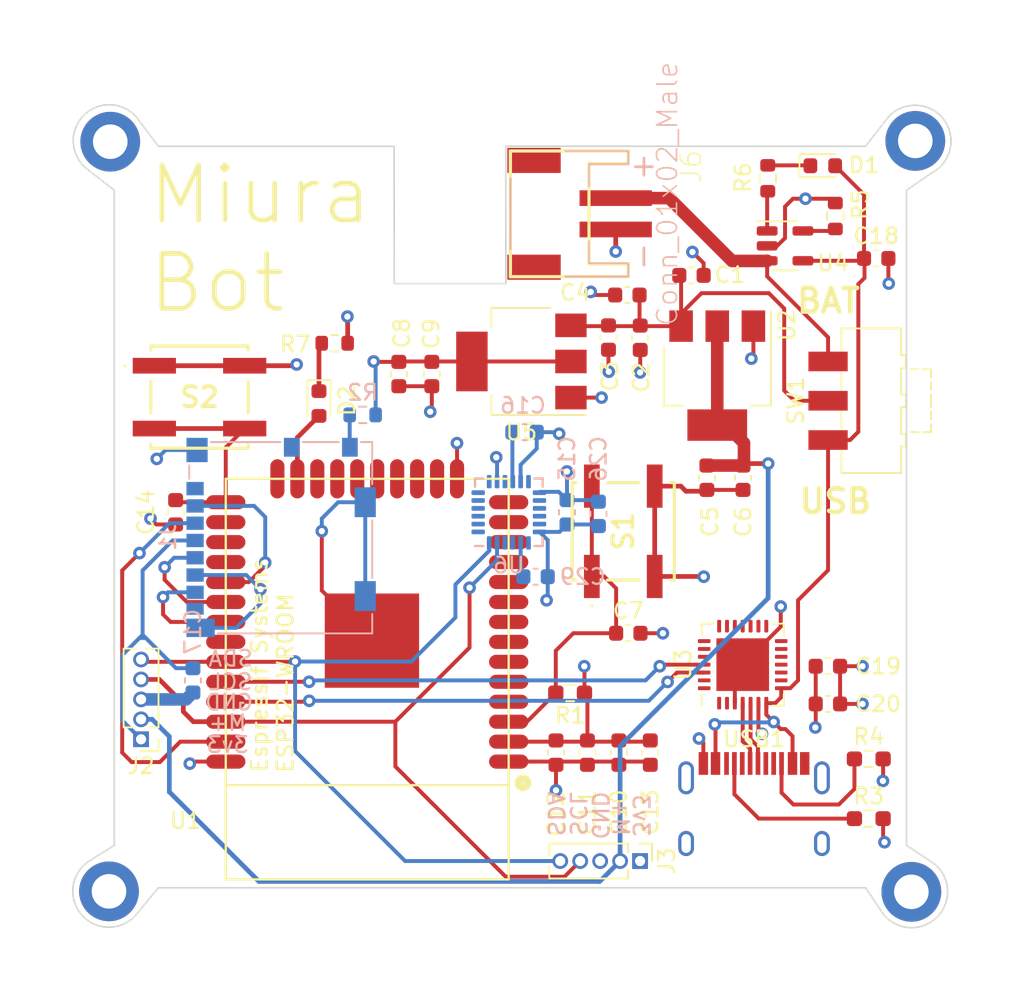
<source format=kicad_pcb>
(kicad_pcb (version 20211014) (generator pcbnew)
  (layers (0 "F.Cu" jumper) (1 "In1.Cu" signal) (2 "In2.Cu" power) (31 "B.Cu" signal) (34 "B.Paste" user) (35 "F.Paste" user) (36 "B.SilkS" user "B.Silkscreen") (37 "F.SilkS" user "F.Silkscreen") (38 "B.Mask" user) (39 "F.Mask" user) (44 "Edge.Cuts" user))
  (net 0 "")
  (net 1 "GND")
  (net 2 "Net-(C29-Pad1)")
  (net 3 "+3V3")
  (net 4 "Net-(C16-Pad1)")
  (net 6 "TXD0")
  (net 7 "RXD0")
  (net 8 "MOTOR_SUPPLY")
  (net 9 "SDA")
  (net 10 "SCL")
  (net 27 "Net-(C7-Pad1)")
  (net 28 "Net-(C14-Pad1)")
  (net 29 "VBAT")
  (net 30 "CS")
  (net 31 "SCLK")
  (net 32 "MISO")
  (net 33 "MOSI")
  (net 36 "Net-(J1-Pad10)")
  (net 57 "Net-(R3-Pad1)")
  (net 58 "Net-(R4-Pad1)")
  (net 59 "Net-(R5-Pad1)")
  (net 64 "Net-(R6-Pad1)")
  (net 65 "Net-(D1-Pad1)")
  (net 66 "Net-(U3-Pad4)")
  (net 67 "Net-(U3-Pad5)")
  (net 68 "VBUS")
  (net 91 "unconnected-(C7-Pad2)")
  (net 92 "Net-(D2-Pad1)")
  (net 93 "toggle")
  (net 94 "VIN")
  (footprint "Capacitor_SMD:C_0603_1608Metric" (layer "F.Cu") (at 93.9 75.7 -90)
    (fp_text reference "C10")
    (fp_text value "0.1uF")
  )
  (footprint "Package_TO_SOT_SMD:SOT-223-3_TabPin2" (layer "F.Cu") (at 100.16 51.7 -90)
    (fp_text reference "U2")
    (fp_text value "AMS1117")
  )
  (footprint "Capacitor_SMD:C_0603_1608Metric" (layer "F.Cu") (at 99.5 58.2 -90)
    (fp_text reference "C5")
    (fp_text value "10uF")
  )
  (footprint "Resistor_SMD:R_0603_1608Metric" (layer "F.Cu") (at 103.3725 39.14 90)
    (fp_text reference "R6")
    (fp_text value "4.7K")
  )
  (footprint "Diode_SMD:D_0603_1608Metric" (layer "F.Cu") (at 106.8725 38.34)
    (fp_text reference "D1")
    (fp_text value "LED")
  )
  (footprint "Package_TO_SOT_SMD:SOT-223-3_TabPin2" (layer "F.Cu") (at 87.7 50.8 180)
    (fp_text reference "U5")
    (fp_text value "AMS1117")
  )
  (footprint "MountingHole:MountingHole_2.2mm_M2_DIN965_Pad" (layer "F.Cu") (at 112.76 36.76)
    (fp_text reference "H1" hide)
    (fp_text value "MountingHole_Pad")
  )
  (footprint "Resistor_SMD:R_0603_1608Metric" (layer "F.Cu") (at 107.6725 41.54 90)
    (fp_text reference "R5")
    (fp_text value "4.7K")
  )
  (footprint "Capacitor_SMD:C_0603_1608Metric" (layer "F.Cu") (at 65.7 60.4 -90)
    (fp_text reference "C14")
    (fp_text value "0.1uF")
  )
  (footprint "Package_DFN_QFN:QFN-28-1EP_5x5mm_P0.5mm_EP3.35x3.35mm" (layer "F.Cu") (at 101.78 70.1 90)
    (fp_text reference "U3")
    (fp_text value "CP2102N-Axx-xQFN28")
  )
  (footprint "Capacitor_SMD:C_0603_1608Metric" (layer "F.Cu") (at 101.8 58.2 -90)
    (fp_text reference "C6")
    (fp_text value "10uF")
  )
  (footprint "Capacitor_SMD:C_0603_1608Metric" (layer "F.Cu") (at 95.26 49.29 -90)
    (fp_text reference "C2")
    (fp_text value "10uF")
  )
  (footprint "Capacitor_SMD:C_0603_1608Metric" (layer "F.Cu") (at 94.44 46.57 180)
    (fp_text reference "C4")
    (fp_text value "10uF")
  )
  (footprint "Connector_PinHeader_1.27mm:PinHeader_1x05_P1.27mm_Vertical" (layer "F.Cu") (at 95.25 82.6 -90)
    (fp_text reference "J3")
    (fp_text value "Conn_01x05_Female")
  )
  (footprint "Capacitor_SMD:C_0603_1608Metric" (layer "F.Cu") (at 94.5 68.1)
    (fp_text reference "C7")
    (fp_text value "0.1uF")
  )
  (footprint "Capacitor_SMD:C_0603_1608Metric" (layer "F.Cu") (at 107.2 70.2)
    (fp_text reference "C19")
    (fp_text value "10uF")
  )
  (footprint "EVPBVC_TactileSw:EVPBV4C3L000" (layer "F.Cu") (at 94.18 61.61 -90)
    (fp_text reference "S1")
    (fp_text value "EVP-BV4C3L000" hide)
  )
  (footprint "ESP32-footprints-Lib:ESP32-WROOM" (layer "F.Cu") (at 77.89 68.77 180)
    (fp_text reference "U1")
    (fp_text value "ESP32-WROOM")
  )
  (footprint "Capacitor_SMD:C_0603_1608Metric" (layer "F.Cu") (at 110.2725 44.24)
    (fp_text reference "C18")
    (fp_text value "10uF")
  )
  (footprint "Capacitor_SMD:C_0603_1608Metric" (layer "F.Cu") (at 107.2 72.6)
    (fp_text reference "C20")
    (fp_text value "10uF")
  )
  (footprint "Capacitor_SMD:C_0603_1608Metric" (layer "F.Cu") (at 82 51.6 -90)
    (fp_text reference "C9")
    (fp_text value "10uF")
  )
  (footprint "Resistor_SMD:R_0603_1608Metric" (layer "F.Cu") (at 75.82 49.64 180)
    (fp_text reference "R7")
    (fp_text value "4.7K")
  )
  (footprint "adafruit:JST-PH-2-SMT-RA" (layer "F.Cu") (at 90 41.4 90)
    (fp_text reference "J6")
    (fp_text value "Conn_01x02_Male")
  )
  (footprint "Package_TO_SOT_SMD:SOT-23-5" (layer "F.Cu") (at 104.4725 43.44)
    (fp_text reference "U4")
    (fp_text value "MCP73832-5-OT")
  )
  (footprint "Resistor_SMD:R_0603_1608Metric_Pad0.98x0.95mm_HandSolder" (layer "F.Cu") (at 90.8 71.9 180)
    (fp_text reference "R1")
    (fp_text value "10k")
  )
  (footprint "Capacitor_SMD:C_0603_1608Metric" (layer "F.Cu") (at 95.9 75.7 -90)
    (fp_text reference "C13")
    (fp_text value "0.1uF")
  )
  (footprint "MountingHole:MountingHole_2.2mm_M2_DIN965_Pad" (layer "F.Cu") (at 61.46 84.53)
    (fp_text reference "H3" hide)
    (fp_text value "MountingHole_Pad")
  )
  (footprint "Capacitor_SMD:C_0603_1608Metric" (layer "F.Cu") (at 79.9 51.6 -90)
    (fp_text reference "C8")
    (fp_text value "10uF")
  )
  (footprint "MountingHole:MountingHole_2.2mm_M2_DIN965_Pad" (layer "F.Cu") (at 61.54 36.81)
    (fp_text reference "H2" hide)
    (fp_text value "MountingHole_Pad")
  )
  (footprint "MountingHole:MountingHole_2.2mm_M2_DIN965_Pad" (layer "F.Cu") (at 112.51 84.56)
    (fp_text reference "H4" hide)
    (fp_text value "MountingHole_Pad")
  )
  (footprint "EVPBVC_TactileSw:EVPBV4C3L000" (layer "F.Cu") (at 67.22 53.07 180)
    (fp_text reference "S2")
    (fp_text value "EVP-BV4C3L000" hide)
  )
  (footprint "Type-C:HRO-TYPE-C-31-M-12" (layer "F.Cu") (at 102.5 84.085)
    (fp_text reference "USB1")
    (fp_text value "HRO-TYPE-C-31-M-12")
  )
  (footprint "Resistor_SMD:R_0603_1608Metric_Pad0.98x0.95mm_HandSolder" (layer "F.Cu") (at 109.8 76.1)
    (fp_text reference "R4")
    (fp_text value "5.1k")
  )
  (footprint "Connector_PinHeader_1.27mm:PinHeader_1x05_P1.27mm_Vertical" (layer "F.Cu") (at 63.5 74.85 180)
    (fp_text reference "J2")
    (fp_text value "Conn_01x05_Female")
  )
  (footprint "Diode_SMD:D_0603_1608Metric" (layer "F.Cu") (at 74.82 53.4775 -90)
    (fp_text reference "D2")
    (fp_text value "LED")
  )
  (footprint "Capacitor_SMD:C_0603_1608Metric" (layer "F.Cu") (at 98.52 45.32)
    (fp_text reference "C1")
    (fp_text value "10uF")
  )
  (footprint "Capacitor_SMD:C_0603_1608Metric" (layer "F.Cu") (at 89.9 75.7 -90)
    (fp_text reference "C12")
    (fp_text value "0.1uF")
  )
  (footprint "Button_Switch_SMD:SW_SPDT_CK-JS102011SAQN" (layer "F.Cu") (at 109.96 53.3 90)
    (fp_text reference "SW1")
    (fp_text value "SW_SPDT")
  )
  (footprint "Capacitor_SMD:C_0603_1608Metric" (layer "F.Cu") (at 93.24 49.28 -90)
    (fp_text reference "C3")
    (fp_text value "10uF")
  )
  (footprint "Resistor_SMD:R_0603_1608Metric_Pad0.98x0.95mm_HandSolder" (layer "F.Cu") (at 109.8 79.9)
    (fp_text reference "R3")
    (fp_text value "5.1k")
  )
  (footprint "Capacitor_SMD:C_0603_1608Metric" (layer "F.Cu") (at 91.9 75.7 -90)
    (fp_text reference "C11")
    (fp_text value "0.1uF")
  )
  (footprint "Sensor_Motion:InvenSense_QFN-24_4x4mm_P0.5mm" (layer "B.Cu") (at 86.9 60.4)
    (fp_text reference "U6")
    (fp_text value "MPU-6050")
  )
  (footprint "Capacitor_SMD:C_0603_1608Metric" (layer "B.Cu") (at 87.9 55.3)
    (fp_text reference "C16")
    (fp_text value "0.1uF")
  )
  (footprint "Capacitor_SMD:C_0603_1608Metric" (layer "B.Cu") (at 92.6 60.5 -90)
    (fp_text reference "C26")
    (fp_text value "0.1uF")
  )
  (footprint "Resistor_SMD:R_0603_1608Metric" (layer "B.Cu") (at 77.6 54.2 180)
    (fp_text reference "R2")
    (fp_text value "4.7K")
  )
  (footprint "Connector_Card:microSD_HC_Molex_104031-0811" (layer "B.Cu") (at 72.3875 62 -90)
    (fp_text reference "J1")
    (fp_text value "Micro_SD_Card_Det")
  )
  (footprint "Capacitor_SMD:C_0603_1608Metric" (layer "B.Cu") (at 66.8 71.1 90)
    (fp_text reference "C17")
    (fp_text value "0.1uF")
  )
  (footprint "Capacitor_SMD:C_0603_1608Metric" (layer "B.Cu") (at 88.6 64.5)
    (fp_text reference "C29")
    (fp_text value "2.2nF")
  )
  (footprint "Capacitor_SMD:C_0603_1608Metric" (layer "B.Cu") (at 90.6 60.4 -90)
    (fp_text reference "C15")
    (fp_text value "0.1uF")
  )
  (gr_arc (start 60 38.5) (mid 59.962216 35.030512) (end 63.4 35.5) (layer "Edge.Cuts") (width 0.1))
  (gr_line (start 64.6 37.1) (end 79.6 37.1) (layer "Edge.Cuts") (width 0.1))
  (gr_line (start 61.8 81.6) (end 60.2 82.6) (layer "Edge.Cuts") (width 0.1))
  (gr_line (start 64.6 84.3) (end 109.6 84.3) (layer "Edge.Cuts") (width 0.1))
  (gr_line (start 109.6 37.1) (end 111 35.3) (layer "Edge.Cuts") (width 0.1))
  (gr_arc (start 63.2 86) (mid 59.730536 86.037762) (end 60.2 82.6) (layer "Edge.Cuts") (width 0.1))
  (gr_line (start 64.6 84.3) (end 63.2 86) (layer "Edge.Cuts") (width 0.1))
  (gr_line (start 79.6 37.1) (end 79.61 45.84) (layer "Edge.Cuts") (width 0.1))
  (gr_line (start 86.7 37.1) (end 109.6 37.1) (layer "Edge.Cuts") (width 0.1))
  (gr_line (start 63.4 35.5) (end 64.6 37.1) (layer "Edge.Cuts") (width 0.1))
  (gr_line (start 86.71 45.84) (end 79.61 45.84) (layer "Edge.Cuts") (width 0.1))
  (gr_arc (start 111 35.3) (mid 114.529109 35.346713) (end 113.8 38.8) (layer "Edge.Cuts") (width 0.1))
  (gr_line (start 112.2 81.6) (end 114 82.8) (layer "Edge.Cuts") (width 0.1))
  (gr_line (start 112.2 81.6) (end 112.2 39.9) (layer "Edge.Cuts") (width 0.1))
  (gr_line (start 86.7 37.1) (end 86.71 45.84) (layer "Edge.Cuts") (width 0.1))
  (gr_line (start 60 38.5) (end 61.8 39.9) (layer "Edge.Cuts") (width 0.1))
  (gr_line (start 61.8 81.6) (end 61.8 39.9) (layer "Edge.Cuts") (width 0.1))
  (gr_line (start 112.2 39.9) (end 113.8 38.8) (layer "Edge.Cuts") (width 0.1))
  (gr_line (start 109.6 84.3) (end 110.6 85.8) (layer "Edge.Cuts") (width 0.1))
  (gr_arc (start 114 82.8) (mid 114.037762 86.269464) (end 110.6 85.8) (layer "Edge.Cuts") (width 0.1))
  (gr_text "SDA" (at 69.2 69.7) (layer "B.SilkS") (effects (font (size 1 1)) (justify mirror)))
  (gr_text "SCL" (at 69.2 71.2) (layer "B.SilkS") (effects (font (size 1 1)) (justify mirror)))
  (gr_text "3v3\n" (at 69 75.2) (layer "B.SilkS") (effects (font (size 1 1)) (justify mirror)))
  (gr_text "SDA" (at 89.9 79.6 270) (layer "B.SilkS") (effects (font (size 1 1)) (justify mirror)))
  (gr_text "GND\n" (at 92.7 79.7 270) (layer "B.SilkS") (effects (font (size 1 1)) (justify mirror)))
  (gr_text "M+\n" (at 69 73.8) (layer "B.SilkS") (effects (font (size 1 1)) (justify mirror)))
  (gr_text "3v3\n" (at 95.3 79.7 270) (layer "B.SilkS") (effects (font (size 1 1)) (justify mirror)))
  (gr_text "GND\n" (at 69.1 72.5) (layer "B.SilkS") (effects (font (size 1 1)) (justify mirror)))
  (gr_text "SCL" (at 91.3 79.6 270) (layer "B.SilkS") (effects (font (size 1 1)) (justify mirror)))
  (gr_text "M+\n" (at 94 79.8 270) (layer "B.SilkS") (effects (font (size 1 1)) (justify mirror)))
  (gr_text "BAT" (at 107.23 46.94) (layer "F.SilkS") (effects (font (size 1.5 1.5) (thickness 0.3))))
  (gr_text "Miura\nBot" (at 63.8 43) (layer "F.SilkS") (effects (font (size 3.5 3.5) (thickness 0.3)) (justify left)))
  (gr_text "USB\n" (at 107.68 59.7) (layer "F.SilkS") (effects (font (size 1.5 1.5) (thickness 0.3))))
  (segment (start 70.095 51.07) (end 73.32 51.07) (width 0.3) (layer "F.Cu") (net 1))
  (segment (start 98.17 59.06) (end 99.415 59.06) (width 0.3) (layer "F.Cu") (net 1))
  (segment (start 89.9 76.475) (end 89.9 78.1) (width 0.25) (layer "F.Cu") (net 1))
  (segment (start 111.0475 45.815) (end 111.0725 45.84) (width 0.25) (layer "F.Cu") (net 1))
  (segment (start 104.4725 42.94) (end 104.4725 40.94) (width 0.25) (layer "F.Cu") (net 1))
  (segment (start 90.85 53.1) (end 92.8 53.1) (width 0.25) (layer "F.Cu") (net 1))
  (segment (start 93.665 46.57) (end 92.31 46.57) (width 0.25) (layer "F.Cu") (net 1))
  (segment (start 68.89 76.27) (end 66.73 76.27) (width 0.25) (layer "F.Cu") (net 1))
  (segment (start 101.781992 70.1) (end 104.2 67.681992) (width 0.25) (layer "F.Cu") (net 1))
  (segment (start 107.975 70.2) (end 109.4 70.2) (width 0.25) (layer "F.Cu") (net 1))
  (segment (start 73.32 51.07) (end 73.4 50.99) (width 0.3) (layer "F.Cu") (net 1))
  (segment (start 99.285 64.485) (end 99.3 64.5) (width 0.3) (layer "F.Cu") (net 1))
  (segment (start 76.645 47.955) (end 76.63 47.94) (width 0.3) (layer "F.Cu") (net 1))
  (segment (start 111.0475 44.24) (end 111.0475 45.815) (width 0.25) (layer "F.Cu") (net 1))
  (segment (start 110.7125 77.4875) (end 110.7 77.5) (width 0.25) (layer "F.Cu") (net 1))
  (segment (start 75 61.6) (end 75 65.38) (width 0.25) (layer "F.Cu") (net 1))
  (segment (start 83.605 56.005) (end 83.6 56) (width 0.25) (layer "F.Cu") (net 1))
  (segment (start 99.5 58.975) (end 101.8 58.975) (width 0.25) (layer "F.Cu") (net 1))
  (segment (start 93.24 50.055) (end 93.24 51.23) (width 0.25) (layer "F.Cu") (net 1))
  (segment (start 82 52.375) (end 82 53.9) (width 0.25) (layer "F.Cu") (net 1))
  (segment (start 93.26 51.25) (end 93.26 51.45) (width 0.25) (layer "F.Cu") (net 1))
  (segment (start 99.275 75.075) (end 99 74.8) (width 0.25) (layer "F.Cu") (net 1))
  (segment (start 83.605 58.27) (end 83.605 56.005) (width 0.25) (layer "F.Cu") (net 1))
  (segment (start 95.26 51.49) (end 95.25 51.5) (width 0.25) (layer "F.Cu") (net 1))
  (segment (start 93.24 51.23) (end 93.26 51.25) (width 0.25) (layer "F.Cu") (net 1))
  (segment (start 101.28 72.55) (end 101.28 70.6) (width 0.25) (layer "F.Cu") (net 1))
  (segment (start 110.7125 81.3125) (end 110.8 81.4) (width 0.25) (layer "F.Cu") (net 1))
  (segment (start 75 65.38) (end 78.19 68.57) (width 0.25) (layer "F.Cu") (net 1))
  (segment (start 93.69824 42.39822) (end 93.69824 43.79824) (width 0.3) (layer "F.Cu") (net 1))
  (segment (start 82 53.9) (end 81.9 54) (width 0.25) (layer "F.Cu") (net 1))
  (segment (start 92.31 46.57) (end 92.11 46.37) (width 0.25) (layer "F.Cu") (net 1))
  (segment (start 64.345 51.07) (end 70.095 51.07) (width 0.3) (layer "F.Cu") (net 1))
  (segment (start 102.46 48.55) (end 102.46 50.49) (width 0.25) (layer "F.Cu") (net 1))
  (segment (start 64.475 61.175) (end 64.1 60.8) (width 0.25) (layer "F.Cu") (net 1))
  (segment (start 105.7725 40.44) (end 107.3975 40.44) (width 0.25) (layer "F.Cu") (net 1))
  (segment (start 86.89 76.27) (end 95.695 76.27) (width 0.25) (layer "F.Cu") (net 1))
  (segment (start 96.18 64.485) (end 99.285 64.485) (width 0.3) (layer "F.Cu") (net 1))
  (segment (start 93.69824 43.79824) (end 93.7 43.8) (width 0.3) (layer "F.Cu") (net 1))
  (segment (start 104.2 67.681992) (end 104.2 66.4) (width 0.25) (layer "F.Cu") (net 1))
  (segment (start 104.9725 40.44) (end 105.7725 40.44) (width 0.25) (layer "F.Cu") (net 1))
  (segment (start 99.295 45.32) (end 99.295 44.545) (width 0.25) (layer "F.Cu") (net 1))
  (segment (start 66.73 76.27) (end 66.6 76.4) (width 0.25) (layer "F.Cu") (net 1))
  (segment (start 104.4725 40.94) (end 104.9725 40.44) (width 0.25) (layer "F.Cu") (net 1))
  (segment (start 95.26 50.065) (end 95.26 51.49) (width 0.25) (layer "F.Cu") (net 1))
  (segment (start 107.3975 40.44) (end 107.6725 40.715) (width 0.25) (layer "F.Cu") (net 1))
  (segment (start 99.275 76.39) (end 99.275 75.075) (width 0.25) (layer "F.Cu") (net 1))
  (segment (start 96.18 58.735) (end 97.845 58.735) (width 0.3) (layer "F.Cu") (net 1))
  (segment (start 101.78 70.1) (end 101.781992 70.1) (width 0.25) (layer "F.Cu") (net 1))
  (segment (start 101.28 70.6) (end 101.78 70.1) (width 0.25) (layer "F.Cu") (net 1))
  (segment (start 65.7 61.175) (end 64.475 61.175) (width 0.25) (layer "F.Cu") (net 1))
  (segment (start 102.46 50.49) (end 102.33 50.62) (width 0.25) (layer "F.Cu") (net 1))
  (segment (start 107.975 70.2) (end 107.975 72.6) (width 0.25) (layer "F.Cu") (net 1))
  (segment (start 96.18 58.735) (end 96.18 64.485) (width 0.3) (layer "F.Cu") (net 1))
  (segment (start 99.295 44.545) (end 98.58 43.83) (width 0.25) (layer "F.Cu") (net 1))
  (segment (start 95.695 76.27) (end 95.9 76.475) (width 0.25) (layer "F.Cu") (net 1))
  (segment (start 76.645 49.64) (end 76.645 47.955) (width 0.3) (layer "F.Cu") (net 1))
  (segment (start 103.335 43.44) (end 103.9725 43.44) (width 0.25) (layer "F.Cu") (net 1))
  (segment (start 103.9725 43.44) (end 104.4725 42.94) (width 0.25) (layer "F.Cu") (net 1))
  (segment (start 110.7125 79.9) (end 110.7125 81.3125) (width 0.25) (layer "F.Cu") (net 1))
  (segment (start 110.7125 76.1) (end 110.7125 77.4875) (width 0.25) (layer "F.Cu") (net 1))
  (segment (start 97.845 58.735) (end 98.17 59.06) (width 0.3) (layer "F.Cu") (net 1))
  (segment (start 107.975 72.6) (end 109.4 72.6) (width 0.25) (layer "F.Cu") (net 1))
  (segment (start 99.415 59.06) (end 99.5 58.975) (width 0.3) (layer "F.Cu") (net 1))
  (segment (start 79.9 52.375) (end 82 52.375) (width 0.25) (layer "F.Cu") (net 1))
  (via (at 66.6 76.4) (size 0.8) (drill 0.4) (layers "F.Cu" "B.Cu") (net 1))
  (via (at 64.5 57) (size 0.8) (drill 0.4) (layers "F.Cu" "B.Cu") (net 1))
  (via (at 98.58 43.83) (size 0.8) (drill 0.4) (layers "F.Cu" "B.Cu") (net 1))
  (via (at 93.7 43.8) (size 0.8) (drill 0.4) (layers "F.Cu" "B.Cu") (net 1))
  (via (at 105.7725 40.44) (size 0.8) (drill 0.4) (layers "F.Cu" "B.Cu") (net 1))
  (via (at 95.25 51.5) (size 0.8) (drill 0.4) (layers "F.Cu" "B.Cu") (net 1))
  (via (at 76.63 47.94) (size 0.8) (drill 0.4) (layers "F.Cu" "B.Cu") (net 1))
  (via (at 99.3 64.5) (size 0.8) (drill 0.4) (layers "F.Cu" "B.Cu") (net 1))
  (via (at 71.1 65.3) (size 0.8) (drill 0.4) (layers "F.Cu" "B.Cu") (net 1))
  (via (at 93.26 51.45) (size 0.8) (drill 0.4) (layers "F.Cu" "B.Cu") (net 1))
  (via (at 104.2 66.4) (size 0.8) (drill 0.4) (layers "F.Cu" "B.Cu") (net 1))
  (via (at 90.1 55.4) (size 0.8) (drill 0.4) (layers "F.Cu" "B.Cu") (net 1))
  (via (at 73.4 50.99) (size 0.8) (drill 0.4) (layers "F.Cu" "B.Cu") (net 1))
  (via (at 64.1 60.8) (size 0.8) (drill 0.4) (layers "F.Cu" "B.Cu") (net 1))
  (via (at 102.33 50.62) (size 0.8) (drill 0.4) (layers "F.Cu" "B.Cu") (net 1))
  (via (at 89.3 66) (size 0.8) (drill 0.4) (layers "F.Cu" "B.Cu") (net 1))
  (via (at 81.9 54) (size 0.8) (drill 0.4) (layers "F.Cu" "B.Cu") (net 1))
  (via (at 92.8 53.1) (size 0.8) (drill 0.4) (layers "F.Cu" "B.Cu") (net 1))
  (via (at 110.7 77.5) (size 0.8) (drill 0.4) (layers "F.Cu" "B.Cu") (net 1))
  (via (at 89.9 78.1) (size 0.8) (drill 0.4) (layers "F.Cu" "B.Cu") (net 1))
  (via (at 109.4 70.2) (size 0.8) (drill 0.4) (layers "F.Cu" "B.Cu") (net 1))
  (via (at 92.11 46.37) (size 0.8) (drill 0.4) (layers "F.Cu" "B.Cu") (net 1))
  (via (at 99 74.8) (size 0.8) (drill 0.4) (layers "F.Cu" "B.Cu") (net 1))
  (via (at 111.0725 45.84) (size 0.8) (drill 0.4) (layers "F.Cu" "B.Cu") (net 1))
  (via (at 83.6 56) (size 0.8) (drill 0.4) (layers "F.Cu" "B.Cu") (net 1))
  (via (at 109.4 72.6) (size 0.8) (drill 0.4) (layers "F.Cu" "B.Cu") (net 1))
  (via (at 110.8 81.4) (size 0.8) (drill 0.4) (layers "F.Cu" "B.Cu") (net 1))
  (via (at 75 61.6) (size 0.8) (drill 0.4) (layers "F.Cu" "B.Cu") (net 1))
  (segment (start 67.2875 67.755) (end 69.545 67.755) (width 0.25) (layer "B.Cu") (net 1))
  (segment (start 89.375 64.5) (end 89.375 65.925) (width 0.25) (layer "B.Cu") (net 1))
  (segment (start 90.125 61.65) (end 90.6 61.175) (width 0.25) (layer "B.Cu") (net 1))
  (segment (start 67.0625 56.435) (end 65.065 56.435) (width 0.25) (layer "B.Cu") (net 1))
  (segment (start 89.375 65.925) (end 89.3 66) (width 0.25) (layer "B.Cu") (net 1))
  (segment (start 87.65 57.375) (end 88.675 56.35) (width 0.25) (layer "B.Cu") (net 1))
  (segment (start 65.065 56.435) (end 64.5 57) (width 0.25) (layer "B.Cu") (net 1))
  (segment (start 71.1 66.2) (end 71.1 65.3) (width 0.25) (layer "B.Cu") (net 1))
  (segment (start 90.6 61.175) (end 92.5 61.175) (width 0.25) (layer "B.Cu") (net 1))
  (segment (start 77.7625 65.73) (end 77.7625 59.76) (width 0.25) (layer "B.Cu") (net 1))
  (segment (start 77.7625 59.76) (end 78.06 59.76) (width 0.25) (layer "B.Cu") (net 1))
  (segment (start 69.545 67.755) (end 71.1 66.2) (width 0.25) (layer "B.Cu") (net 1))
  (segment (start 88.675 56.35) (end 88.675 55.3) (width 0.25) (layer "B.Cu") (net 1))
  (segment (start 88.675 55.3) (end 90 55.3) (width 0.25) (layer "B.Cu") (net 1))
  (segment (start 63.5 72.31) (end 66.365 72.31) (width 0.8) (layer "B.Cu") (net 1))
  (segment (start 89.375 62.175) (end 89.375 64.5) (width 0.25) (layer "B.Cu") (net 1))
  (segment (start 75 60.8) (end 75 61.6) (width 0.25) (layer "B.Cu") (net 1))
  (segment (start 92.5 61.175) (end 92.6 61.275) (width 0.25) (layer "B.Cu") (net 1))
  (segment (start 90 55.3) (end 90.1 55.4) (width 0.25) (layer "B.Cu") (net 1))
  (segment (start 76.04 59.76) (end 75 60.8) (width 0.25) (layer "B.Cu") (net 1))
  (segment (start 88.85 61.65) (end 89.375 62.175) (width 0.25) (layer "B.Cu") (net 1))
  (segment (start 66.365 72.31) (end 66.8 71.875) (width 0.8) (layer "B.Cu") (net 1))
  (segment (start 88.85 61.65) (end 90.125 61.65) (width 0.25) (layer "B.Cu") (net 1))
  (segment (start 66.9375 64.395) (end 70.195 64.395) (width 0.25) (layer "B.Cu") (net 1))
  (segment (start 87.65 58.45) (end 87.65 57.375) (width 0.25) (layer "B.Cu") (net 1))
  (segment (start 70.195 64.395) (end 71.1 65.3) (width 0.25) (layer "B.Cu") (net 1))
  (segment (start 77.7625 59.76) (end 76.04 59.76) (width 0.25) (layer "B.Cu") (net 1))
  (segment (start 87.65 62.35) (end 87.65 64.325) (width 0.25) (layer "B.Cu") (net 2))
  (segment (start 87.65 64.325) (end 87.825 64.5) (width 0.25) (layer "B.Cu") (net 2))
  (segment (start 91.9 74.925) (end 91.9 72.0875) (width 0.25) (layer "F.Cu") (net 3))
  (segment (start 95.825 75) (end 95.9 74.925) (width 0.25) (layer "F.Cu") (net 3))
  (segment (start 106.425 72.6) (end 106.425 74.075) (width 0.25) (layer "F.Cu") (net 3))
  (segment (start 79.9 50.825) (end 78.325 50.825) (width 0.25) (layer "F.Cu") (net 3))
  (segment (start 91.7125 70.2125) (end 91.7 70.2) (width 0.25) (layer "F.Cu") (net 3))
  (segment (start 86.89 75) (end 95.825 75) (width 0.25) (layer "F.Cu") (net 3))
  (segment (start 102.78 74.2755) (end 103.0045 74.5) (width 0.25) (layer "F.Cu") (net 3))
  (segment (start 91.9 72.0875) (end 91.7125 71.9) (width 0.25) (layer "F.Cu") (net 3))
  (segment (start 106.425 74.075) (end 106.4 74.1) (width 0.25) (layer "F.Cu") (net 3))
  (segment (start 91.7125 71.9) (end 91.7125 70.2125) (width 0.25) (layer "F.Cu") (net 3))
  (segment (start 78.325 50.825) (end 78.3 50.8) (width 0.25) (layer "F.Cu") (net 3))
  (segment (start 106.425 70.2) (end 106.425 72.6) (width 0.25) (layer "F.Cu") (net 3))
  (segment (start 102.78 72.55) (end 102.78 74.2755) (width 0.25) (layer "F.Cu") (net 3))
  (segment (start 79.9 50.825) (end 79.925 50.8) (width 0.25) (layer "F.Cu") (net 3))
  (segment (start 84.55 50.8) (end 90.85 50.8) (width 0.25) (layer "F.Cu") (net 3))
  (segment (start 79.925 50.8) (end 84.55 50.8) (width 0.25) (layer "F.Cu") (net 3))
  (via (at 86.1 56.9) (size 0.8) (drill 0.4) (layers "F.Cu" "B.Cu") (net 3))
  (via (at 103.0045 74.5) (size 0.8) (drill 0.4) (layers "F.Cu" "B.Cu") (net 3))
  (via (at 106.4 74.1) (size 0.8) (drill 0.4) (layers "F.Cu" "B.Cu") (net 3))
  (via (at 90.6 57.8) (size 0.8) (drill 0.4) (layers "F.Cu" "B.Cu") (net 3))
  (via (at 91.7 70.2) (size 0.8) (drill 0.4) (layers "F.Cu" "B.Cu") (net 3))
  (via (at 78.3 50.8) (size 0.8) (drill 0.4) (layers "F.Cu" "B.Cu") (net 3))
  (segment (start 63.6 68.2) (end 63.8 68.4) (width 0.25) (layer "B.Cu") (net 3))
  (segment (start 65.725 70.325) (end 66.8 70.325) (width 0.25) (layer "B.Cu") (net 3))
  (segment (start 86.15 58.45) (end 86.15 56.95) (width 0.25) (layer "B.Cu") (net 3))
  (segment (start 88.9 59.1) (end 90.075 59.1) (width 0.25) (layer "B.Cu") (net 3))
  (segment (start 90.6 59.625) (end 92.5 59.625) (width 0.25) (layer "B.Cu") (net 3))
  (segment (start 62.3 73.65) (end 63.5 74.85) (width 0.25) (layer "B.Cu") (net 3))
  (segment (start 86.15 56.95) (end 86.1 56.9) (width 0.25) (layer "B.Cu") (net 3))
  (segment (start 63.4 68.4) (end 62.3 69.5) (width 0.25) (layer "B.Cu") (net 3))
  (segment (start 62.3 69.5) (end 62.3 73.65) (width 0.25) (layer "B.Cu") (net 3))
  (segment (start 63.8 68.4) (end 65.725 70.325) (width 0.25) (layer "B.Cu") (net 3))
  (segment (start 63.8 68.4) (end 63.4 68.4) (width 0.25) (layer "B.Cu") (net 3))
  (segment (start 88.85 59.15) (end 88.9 59.1) (width 0.25) (layer "B.Cu") (net 3))
  (segment (start 78.425 54.2) (end 78.425 50.925) (width 0.25) (layer "B.Cu") (net 3))
  (segment (start 78.425 50.925) (end 78.3 50.8) (width 0.25) (layer "B.Cu") (net 3))
  (segment (start 65.505 62.195) (end 63.6 64.1) (width 0.25) (layer "B.Cu") (net 3))
  (segment (start 90.6 59.625) (end 90.6 57.8) (width 0.25) (layer "B.Cu") (net 3))
  (segment (start 92.5 59.625) (end 92.6 59.725) (width 0.25) (layer "B.Cu") (net 3))
  (segment (start 90.075 59.1) (end 90.6 59.625) (width 0.25) (layer "B.Cu") (net 3))
  (segment (start 63.6 64.1) (end 63.6 68.2) (width 0.25) (layer "B.Cu") (net 3))
  (segment (start 66.9375 62.195) (end 65.505 62.195) (width 0.25) (layer "B.Cu") (net 3))
  (segment (start 63.6 68.2) (end 63.4 68.4) (width 0.25) (layer "B.Cu") (net 3))
  (segment (start 87.125 58.425) (end 87.125 55.3) (width 0.25) (layer "B.Cu") (net 4))
  (segment (start 87.15 58.45) (end 87.125 58.425) (width 0.25) (layer "B.Cu") (net 4))
  (segment (start 99.33 70.6) (end 97.6 70.6) (width 0.25) (layer "F.Cu") (net 6))
  (segment (start 97.6 70.6) (end 97 71.2) (width 0.25) (layer "F.Cu") (net 6))
  (segment (start 68.89 72.46) (end 74.14 72.46) (width 0.25) (layer "F.Cu") (net 6))
  (segment (start 74.14 72.46) (end 74.2 72.4) (width 0.25) (layer "F.Cu") (net 6))
  (via (at 97 71.2) (size 0.8) (drill 0.4) (layers "F.Cu" "B.Cu") (net 6))
  (via (at 74.2 72.4) (size 0.8) (drill 0.4) (layers "F.Cu" "B.Cu") (net 6))
  (segment (start 96.8 71.2) (end 97 71.2) (width 0.25) (layer "B.Cu") (net 6))
  (segment (start 95.8 72.4) (end 97 71.2) (width 0.25) (layer "B.Cu") (net 6))
  (segment (start 74.2 72.4) (end 95.8 72.4) (width 0.25) (layer "B.Cu") (net 6))
  (segment (start 99.33 70.1) (end 96.6 70.1) (width 0.25) (layer "F.Cu") (net 7))
  (segment (start 68.89 71.19) (end 74.19 71.19) (width 0.25) (layer "F.Cu") (net 7))
  (segment (start 96.6 70.1) (end 96.5 70.2) (width 0.25) (layer "F.Cu") (net 7))
  (via (at 96.5 70.2) (size 0.8) (drill 0.4) (layers "F.Cu" "B.Cu") (net 7))
  (via (at 74.19 71.19) (size 0.8) (drill 0.4) (layers "F.Cu" "B.Cu") (net 7))
  (segment (start 95.6 71.1) (end 74.28 71.1) (width 0.25) (layer "B.Cu") (net 7))
  (segment (start 95.6 71.1) (end 96.5 70.2) (width 0.25) (layer "B.Cu") (net 7))
  (segment (start 74.28 71.1) (end 74.19 71.19) (width 0.25) (layer "B.Cu") (net 7))
  (segment (start 101.925 57.3) (end 101.8 57.425) (width 0.3) (layer "F.Cu") (net 8))
  (segment (start 100.72 54.85) (end 101.86 55.99) (width 0.8) (layer "F.Cu") (net 8))
  (segment (start 101.8 57.425) (end 99.5 57.425) (width 0.8) (layer "F.Cu") (net 8))
  (segment (start 103.4 57.3) (end 101.925 57.3) (width 0.3) (layer "F.Cu") (net 8))
  (segment (start 100.16 54.85) (end 100.72 54.85) (width 0.8) (layer "F.Cu") (net 8))
  (segment (start 101.86 57.365) (end 101.8 57.425) (width 0.8) (layer "F.Cu") (net 8))
  (segment (start 100.16 48.55) (end 100.16 54.85) (width 0.8) (layer "F.Cu") (net 8))
  (segment (start 101.86 55.99) (end 101.86 57.365) (width 0.8) (layer "F.Cu") (net 8))
  (via (at 103.4 57.3) (size 0.8) (drill 0.4) (layers "F.Cu" "B.Cu") (net 8))
  (segment (start 65.3 78.2) (end 71 83.9) (width 0.3) (layer "B.Cu") (net 8))
  (segment (start 71 83.9) (end 92.68 83.9) (width 0.3) (layer "B.Cu") (net 8))
  (segment (start 64.207106 73.58) (end 65.3 74.672894) (width 0.3) (layer "B.Cu") (net 8))
  (segment (start 63.5 73.58) (end 64.207106 73.58) (width 0.3) (layer "B.Cu") (net 8))
  (segment (start 65.3 74.672894) (end 65.3 78.2) (width 0.3) (layer "B.Cu") (net 8))
  (segment (start 103.4 65.860661) (end 103.4 57.3) (width 0.3) (layer "B.Cu") (net 8))
  (segment (start 93.98 76.22) (end 93.98 75.280661) (width 0.3) (layer "B.Cu") (net 8))
  (segment (start 92.68 83.9) (end 93.98 82.6) (width 0.3) (layer "B.Cu") (net 8))
  (segment (start 93.98 75.280661) (end 103.4 65.860661) (width 0.3) (layer "B.Cu") (net 8))
  (segment (start 93.98 82.6) (end 93.98 76.22) (width 0.3) (layer "B.Cu") (net 8))
  (segment (start 73.28 69.92) (end 73.3 69.9) (width 0.25) (layer "F.Cu") (net 9))
  (segment (start 68.89 69.92) (end 63.65 69.92) (width 0.25) (layer "F.Cu") (net 9))
  (segment (start 63.65 69.92) (end 63.5 69.77) (width 0.25) (layer "F.Cu") (net 9))
  (segment (start 68.89 69.92) (end 73.28 69.92) (width 0.25) (layer "F.Cu") (net 9))
  (via (at 73.3 69.9) (size 0.8) (drill 0.4) (layers "F.Cu" "B.Cu") (net 9))
  (segment (start 73.3 75.6) (end 80.3 82.6) (width 0.25) (layer "B.Cu") (net 9))
  (segment (start 85.65 62.85) (end 83.5 65) (width 0.25) (layer "B.Cu") (net 9))
  (segment (start 73.3 69.9) (end 73.3 75.6) (width 0.25) (layer "B.Cu") (net 9))
  (segment (start 83.5 67.1) (end 80.7 69.9) (width 0.25) (layer "B.Cu") (net 9))
  (segment (start 80.7 69.9) (end 73.3 69.9) (width 0.25) (layer "B.Cu") (net 9))
  (segment (start 80.3 82.6) (end 90.17 82.6) (width 0.25) (layer "B.Cu") (net 9))
  (segment (start 85.65 62.35) (end 85.65 62.85) (width 0.25) (layer "B.Cu") (net 9))
  (segment (start 83.5 65) (end 83.5 67.1) (width 0.25) (layer "B.Cu") (net 9))
  (segment (start 66.19 72.57) (end 66.19 73.09) (width 0.3) (layer "F.Cu") (net 10))
  (segment (start 90.44 83.6) (end 91.44 82.6) (width 0.25) (layer "F.Cu") (net 10))
  (segment (start 64.66 71.04) (end 66.19 72.57) (width 0.3) (layer "F.Cu") (net 10))
  (segment (start 82 71.41) (end 84.4 69.01) (width 0.25) (layer "F.Cu") (net 10))
  (segment (start 86.7 83.6) (end 90.44 83.6) (width 0.25) (layer "F.Cu") (net 10))
  (segment (start 66.83 73.73) (end 68.89 73.73) (width 0.3) (layer "F.Cu") (net 10))
  (segment (start 79.68 76.58) (end 86.7 83.6) (width 0.25) (layer "F.Cu") (net 10))
  (segment (start 79.68 73.73) (end 79.68 76.58) (width 0.25) (layer "F.Cu") (net 10))
  (segment (start 63.5 71.04) (end 64.66 71.04) (width 0.3) (layer "F.Cu") (net 10))
  (segment (start 68.89 73.73) (end 79.68 73.73) (width 0.25) (layer "F.Cu") (net 10))
  (segment (start 79.68 73.73) (end 82 71.41) (width 0.25) (layer "F.Cu") (net 10))
  (segment (start 84.4 69.01) (end 84.4 65.2) (width 0.25) (layer "F.Cu") (net 10))
  (segment (start 66.19 73.09) (end 66.83 73.73) (width 0.3) (layer "F.Cu") (net 10))
  (via (at 84.4 65.2) (size 0.8) (drill 0.4) (layers "F.Cu" "B.Cu") (net 10))
  (segment (start 84.4 65.2) (end 86.15 63.45) (width 0.25) (layer "B.Cu") (net 10))
  (segment (start 86.15 63.45) (end 86.15 62.35) (width 0.25) (layer "B.Cu") (net 10))
  (segment (start 92.965 64.485) (end 92.18 64.485) (width 0.25) (layer "F.Cu") (net 27))
  (segment (start 88.0575 73.73) (end 86.89 73.73) (width 0.25) (layer "F.Cu") (net 27))
  (segment (start 93.725 68.1) (end 93.725 65.245) (width 0.25) (layer "F.Cu") (net 27))
  (segment (start 93.725 65.245) (end 92.965 64.485) (width 0.25) (layer "F.Cu") (net 27))
  (segment (start 89.8875 71.9) (end 88.0575 73.73) (width 0.25) (layer "F.Cu") (net 27))
  (segment (start 92.18 64.485) (end 92.18 58.735) (width 0.25) (layer "F.Cu") (net 27))
  (segment (start 89.8875 71.9) (end 89.8875 69.2125) (width 0.25) (layer "F.Cu") (net 27))
  (segment (start 91 68.1) (end 93.725 68.1) (width 0.25) (layer "F.Cu") (net 27))
  (segment (start 89.8875 69.2125) (end 91 68.1) (width 0.25) (layer "F.Cu") (net 27))
  (segment (start 65.835 59.76) (end 65.7 59.625) (width 0.25) (layer "F.Cu") (net 28))
  (segment (start 68.89 59.76) (end 65.835 59.76) (width 0.25) (layer "F.Cu") (net 28))
  (segment (start 68.89 56.275) (end 70.095 55.07) (width 0.25) (layer "F.Cu") (net 28))
  (segment (start 68.89 59.76) (end 68.89 56.275) (width 0.25) (layer "F.Cu") (net 28))
  (segment (start 64.345 55.07) (end 70.095 55.07) (width 0.3) (layer "F.Cu") (net 28))
  (segment (start 103.335 45.385) (end 103.335 44.39) (width 0.25) (layer "F.Cu") (net 29))
  (segment (start 101.1 44.4) (end 103.325 44.4) (width 0.8) (layer "F.Cu") (net 29))
  (segment (start 107.21 50.8) (end 107.21 49.26) (width 0.25) (layer "F.Cu") (net 29))
  (segment (start 97.10178 40.40178) (end 101.1 44.4) (width 0.8) (layer "F.Cu") (net 29))
  (segment (start 103.335 44.39) (end 103.7425 44.39) (width 0.25) (layer "F.Cu") (net 29))
  (segment (start 103.325 44.4) (end 103.335 44.39) (width 0.8) (layer "F.Cu") (net 29))
  (segment (start 93.69824 40.40178) (end 97.10178 40.40178) (width 0.8) (layer "F.Cu") (net 29))
  (segment (start 107.21 49.26) (end 103.335 45.385) (width 0.25) (layer "F.Cu") (net 29))
  (segment (start 102.950749 44.39) (end 103.335 44.39) (width 0.25) (layer "F.Cu") (net 29))
  (segment (start 70.36 64.84) (end 71.4 63.8) (width 0.25) (layer "F.Cu") (net 30))
  (segment (start 68.89 64.84) (end 70.36 64.84) (width 0.25) (layer "F.Cu") (net 30))
  (segment (start 71.4 63.8) (end 71.4 63.6) (width 0.25) (layer "F.Cu") (net 30))
  (via (at 71.4 63.6) (size 0.8) (drill 0.4) (layers "F.Cu" "B.Cu") (net 30))
  (segment (start 70.695 59.995) (end 66.9375 59.995) (width 0.25) (layer "B.Cu") (net 30))
  (segment (start 71.4 60.7) (end 70.695 59.995) (width 0.25) (layer "B.Cu") (net 30))
  (segment (start 71.4 63.6) (end 71.4 60.7) (width 0.25) (layer "B.Cu") (net 30))
  (segment (start 66.41 66.11) (end 68.89 66.11) (width 0.25) (layer "F.Cu") (net 31))
  (segment (start 65 64.7) (end 66.41 66.11) (width 0.25) (layer "F.Cu") (net 31))
  (segment (start 65 63.9) (end 65 64.7) (width 0.25) (layer "F.Cu") (net 31))
  (via (at 65 63.9) (size 0.8) (drill 0.4) (layers "F.Cu" "B.Cu") (net 31))
  (segment (start 66.9375 63.295) (end 65.605 63.295) (width 0.25) (layer "B.Cu") (net 31))
  (segment (start 65.605 63.295) (end 65 63.9) (width 0.25) (layer "B.Cu") (net 31))
  (segment (start 64.9 66.9) (end 65.38 67.38) (width 0.25) (layer "F.Cu") (net 32))
  (segment (start 64.9 65.8) (end 64.9 66.9) (width 0.25) (layer "F.Cu") (net 32))
  (segment (start 65.38 67.38) (end 68.89 67.38) (width 0.25) (layer "F.Cu") (net 32))
  (via (at 64.9 65.8) (size 0.8) (drill 0.4) (layers "F.Cu" "B.Cu") (net 32))
  (segment (start 66.9375 65.495) (end 65.205 65.495) (width 0.25) (layer "B.Cu") (net 32))
  (segment (start 65.205 65.495) (end 64.9 65.8) (width 0.25) (layer "B.Cu") (net 32))
  (segment (start 64.7 76.3) (end 66 75) (width 0.25) (layer "F.Cu") (net 33))
  (segment (start 66 75) (end 68.89 75) (width 0.25) (layer "F.Cu") (net 33))
  (segment (start 62.3 75.7) (end 62.9 76.3) (width 0.25) (layer "F.Cu") (net 33))
  (segment (start 63.4 63) (end 62.3 64.1) (width 0.25) (layer "F.Cu") (net 33))
  (segment (start 62.9 76.3) (end 64.7 76.3) (width 0.25) (layer "F.Cu") (net 33))
  (segment (start 62.3 64.1) (end 62.3 75.7) (width 0.25) (layer "F.Cu") (net 33))
  (via (at 63.4 63) (size 0.8) (drill 0.4) (layers "F.Cu" "B.Cu") (net 33))
  (segment (start 65.305 61.095) (end 66.9375 61.095) (width 0.25) (layer "B.Cu") (net 33))
  (segment (start 63.4 63) (end 65.305 61.095) (width 0.25) (layer "B.Cu") (net 33))
  (segment (start 76.775 56.2475) (end 76.7875 56.26) (width 0.25) (layer "B.Cu") (net 36))
  (segment (start 76.775 54.2) (end 76.775 56.2475) (width 0.25) (layer "B.Cu") (net 36))
  (segment (start 101.25 76.39) (end 101.25 78.35) (width 0.25) (layer "F.Cu") (net 57))
  (segment (start 102.8 79.9) (end 108.8875 79.9) (width 0.25) (layer "F.Cu") (net 57))
  (segment (start 101.25 78.35) (end 102.8 79.9) (width 0.25) (layer "F.Cu") (net 57))
  (segment (start 107.9 79) (end 108.8875 78.0125) (width 0.25) (layer "F.Cu") (net 58))
  (segment (start 104.25 76.39) (end 104.25 78.25) (width 0.25) (layer "F.Cu") (net 58))
  (segment (start 108.8875 78.0125) (end 108.8875 76.1) (width 0.25) (layer "F.Cu") (net 58))
  (segment (start 104.25 78.25) (end 105 79) (width 0.25) (layer "F.Cu") (net 58))
  (segment (start 105 79) (end 107.9 79) (width 0.25) (layer "F.Cu") (net 58))
  (segment (start 107.5475 42.49) (end 107.6725 42.365) (width 0.25) (layer "F.Cu") (net 59))
  (segment (start 105.61 42.49) (end 107.5475 42.49) (width 0.25) (layer "F.Cu") (net 59))
  (segment (start 103.335 42.49) (end 103.335 40.0025) (width 0.25) (layer "F.Cu") (net 64))
  (segment (start 103.335 40.0025) (end 103.3725 39.965) (width 0.25) (layer "F.Cu") (net 64))
  (segment (start 106.06 38.315) (end 106.085 38.34) (width 0.25) (layer "F.Cu") (net 65))
  (segment (start 103.3725 38.315) (end 106.06 38.315) (width 0.25) (layer "F.Cu") (net 65))
  (segment (start 101.78 72.55) (end 101.78 74.98) (width 0.25) (layer "F.Cu") (net 66))
  (segment (start 102.25 75.45) (end 102.25 76.39) (width 0.25) (layer "F.Cu") (net 66))
  (segment (start 101.78 74.98) (end 102.25 75.45) (width 0.25) (layer "F.Cu") (net 66))
  (segment (start 102.28 72.55) (end 102.28 74.843604) (width 0.25) (layer "F.Cu") (net 67))
  (segment (start 102.28 74.843604) (end 102.75 75.313604) (width 0.25) (layer "F.Cu") (net 67))
  (segment (start 102.75 75.313604) (end 102.75 76.39) (width 0.25) (layer "F.Cu") (net 67))
  (segment (start 107.21 64.09) (end 105.3 66) (width 0.25) (layer "F.Cu") (net 68))
  (segment (start 103.75 73.75) (end 104.2 74.2) (width 0.25) (layer "F.Cu") (net 68))
  (segment (start 109.53 45.48) (end 109.135479 45.874521) (width 0.25) (layer "F.Cu") (net 68))
  (segment (start 103.28 72.55) (end 103.28 73.28) (width 0.25) (layer "F.Cu") (net 68))
  (segment (start 100.05 76.39) (end 100.05 73.95) (width 0.25) (layer "F.Cu") (net 68))
  (segment (start 103.28 72.55) (end 103.85 72.55) (width 0.25) (layer "F.Cu") (net 68))
  (segment (start 104.23 71.6) (end 104.8 71.6) (width 0.25) (layer "F.Cu") (net 68))
  (segment (start 100.05 73.95) (end 100 73.9) (width 0.25) (layer "F.Cu") (net 68))
  (segment (start 104.23 72.17) (end 104.23 71.6) (width 0.25) (layer "F.Cu") (net 68))
  (segment (start 109.4975 44.24) (end 109.53 44.2725) (width 0.25) (layer "F.Cu") (net 68))
  (segment (start 107.21 55.8) (end 107.21 64.09) (width 0.25) (layer "F.Cu") (net 68))
  (segment (start 104.95 74.65) (end 104.95 76.39) (width 0.25) (layer "F.Cu") (net 68))
  (segment (start 108.61 55.8) (end 107.21 55.8) (width 0.25) (layer "F.Cu") (net 68))
  (segment (start 109.53 44.2725) (end 109.53 45.48) (width 0.25) (layer "F.Cu") (net 68))
  (segment (start 103.28 73.28) (end 103.75 73.75) (width 0.25) (layer "F.Cu") (net 68))
  (segment (start 109.4975 40.1775) (end 109.4975 44.24) (width 0.25) (layer "F.Cu") (net 68))
  (segment (start 103.85 72.55) (end 104.23 72.17) (width 0.25) (layer "F.Cu") (net 68))
  (segment (start 105.61 44.39) (end 109.3475 44.39) (width 0.25) (layer "F.Cu") (net 68))
  (segment (start 109.3475 44.39) (end 109.4975 44.24) (width 0.25) (layer "F.Cu") (net 68))
  (segment (start 104.2 74.2) (end 104.5 74.2) (width 0.25) (layer "F.Cu") (net 68))
  (segment (start 109.135479 55.274521) (end 108.61 55.8) (width 0.25) (layer "F.Cu") (net 68))
  (segment (start 105.3 71.1) (end 105.3 66) (width 0.25) (layer "F.Cu") (net 68))
  (segment (start 109.135479 45.874521) (end 109.135479 55.274521) (width 0.25) (layer "F.Cu") (net 68))
  (segment (start 104.5 74.2) (end 104.95 74.65) (width 0.25) (layer "F.Cu") (net 68))
  (segment (start 107.66 38.34) (end 109.4975 40.1775) (width 0.25) (layer "F.Cu") (net 68))
  (segment (start 104.8 71.6) (end 105.3 71.1) (width 0.25) (layer "F.Cu") (net 68))
  (via (at 103.75 73.75) (size 0.8) (drill 0.4) (layers "F.Cu" "B.Cu") (net 68))
  (via (at 100 73.9) (size 0.8) (drill 0.4) (layers "F.Cu" "B.Cu") (net 68))
  (segment (start 100 73.9) (end 100.125 73.775) (width 0.25) (layer "B.Cu") (net 68))
  (segment (start 100.125 73.775) (end 103.725 73.775) (width 0.25) (layer "B.Cu") (net 68))
  (segment (start 103.725 73.775) (end 103.75 73.75) (width 0.25) (layer "B.Cu") (net 68))
  (segment (start 95.275 68.1) (end 96.7 68.1) (width 0.25) (layer "F.Cu") (net 91))
  (segment (start 96.73 68.07) (end 96.7 68.1) (width 0.25) (layer "F.Cu") (net 91))
  (via (at 96.7 68.1) (size 0.8) (drill 0.4) (layers "F.Cu" "B.Cu") (net 91))
  (segment (start 74.82 49.815) (end 74.995 49.64) (width 0.3) (layer "F.Cu") (net 92))
  (segment (start 74.82 52.69) (end 74.82 49.815) (width 0.3) (layer "F.Cu") (net 92))
  (segment (start 73.445 58.27) (end 73.445 55.64) (width 0.3) (layer "F.Cu") (net 93))
  (segment (start 73.445 55.64) (end 74.82 54.265) (width 0.3) (layer "F.Cu") (net 93))
  (segment (start 90.85 48.5) (end 90.9 48.55) (width 0.25) (layer "F.Cu") (net 94))
  (segment (start 97.86 45.435) (end 97.86 48.55) (width 0.25) (layer "F.Cu") (net 94))
  (segment (start 97.86 47.75) (end 99.16 46.45) (width 0.25) (layer "F.Cu") (net 94))
  (segment (start 99.16 46.45) (end 103.44 46.45) (width 0.25) (layer "F.Cu") (net 94))
  (segment (start 97.745 45.32) (end 97.86 45.435) (width 0.25) (layer "F.Cu") (net 94))
  (segment (start 105.09 53.3) (end 107.21 53.3) (width 0.25) (layer "F.Cu") (net 94))
  (segment (start 103.44 46.45) (end 104.42 47.43) (width 0.25) (layer "F.Cu") (net 94))
  (segment (start 104.42 52.65) (end 105.08 53.31) (width 0.25) (layer "F.Cu") (net 94))
  (segment (start 104.42 47.43) (end 104.42 52.65) (width 0.25) (layer "F.Cu") (net 94))
  (segment (start 105.08 53.31) (end 105.09 53.3) (width 0.25) (layer "F.Cu") (net 94))
  (segment (start 97.86 48.55) (end 97.86 47.75) (width 0.25) (layer "F.Cu") (net 94))
  (segment (start 90.9 48.55) (end 97.86 48.55) (width 0.25) (layer "F.Cu") (net 94))
  (segment (start 95.215 48.47) (end 95.26 48.515) (width 0.25) (layer "F.Cu") (net 94))
  (segment (start 95.215 46.57) (end 95.215 48.47) (width 0.25) (layer "F.Cu") (net 94))
)
</source>
